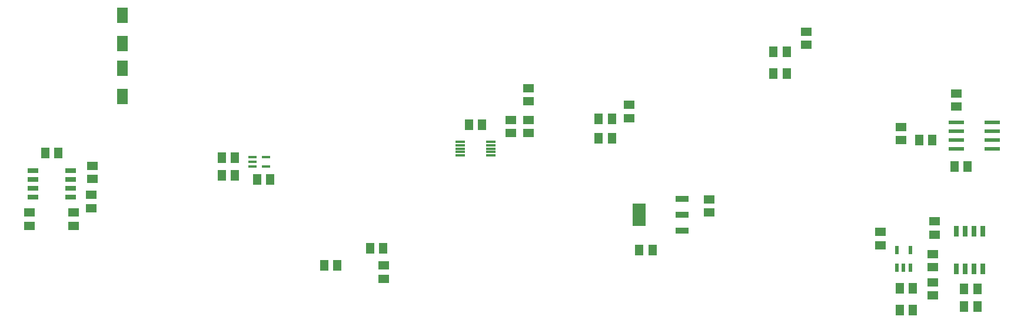
<source format=gbr>
G04 EAGLE Gerber RS-274X export*
G75*
%MOMM*%
%FSLAX34Y34*%
%LPD*%
%INSolderpaste Top*%
%IPPOS*%
%AMOC8*
5,1,8,0,0,1.08239X$1,22.5*%
G01*
%ADD10R,0.650000X1.528000*%
%ADD11R,1.300000X1.500000*%
%ADD12R,0.600000X1.200000*%
%ADD13R,1.500000X1.300000*%
%ADD14R,1.850000X0.900000*%
%ADD15R,1.850000X3.200000*%
%ADD16R,1.400000X0.300000*%
%ADD17R,2.200000X0.600000*%
%ADD18R,1.528000X0.650000*%
%ADD19R,1.600000X1.300000*%
%ADD20R,1.300000X1.600000*%
%ADD21R,1.550000X2.200000*%
%ADD22R,1.200000X0.400000*%


D10*
X1416050Y382710D03*
X1403350Y382710D03*
X1390650Y382710D03*
X1377950Y382710D03*
X1377950Y328490D03*
X1390650Y328490D03*
X1403350Y328490D03*
X1416050Y328490D03*
D11*
X1388770Y299720D03*
X1407770Y299720D03*
X1388770Y274320D03*
X1407770Y274320D03*
D12*
X1292250Y330400D03*
X1301750Y330400D03*
X1311250Y330400D03*
X1311250Y355400D03*
X1292250Y355400D03*
D11*
X1296060Y269240D03*
X1315060Y269240D03*
X1296060Y300990D03*
X1315060Y300990D03*
D13*
X1346200Y377850D03*
X1346200Y396850D03*
X1268730Y381610D03*
X1268730Y362610D03*
X1343660Y330860D03*
X1343660Y349860D03*
X1343660Y309220D03*
X1343660Y290220D03*
D14*
X983500Y383400D03*
X983500Y406400D03*
X983500Y429400D03*
D15*
X921500Y406400D03*
D11*
X921410Y355600D03*
X940410Y355600D03*
D13*
X1022350Y428600D03*
X1022350Y409600D03*
D11*
X468020Y334010D03*
X487020Y334010D03*
D13*
X553720Y333350D03*
X553720Y314350D03*
D11*
X534060Y358140D03*
X553060Y358140D03*
D16*
X707800Y491650D03*
X707800Y496650D03*
X707800Y501650D03*
X707800Y506650D03*
X707800Y511650D03*
X663800Y511650D03*
X663800Y506650D03*
X663800Y501650D03*
X663800Y496650D03*
X663800Y491650D03*
D11*
X676300Y535940D03*
X695300Y535940D03*
D13*
X906780Y564490D03*
X906780Y545490D03*
D11*
X881990Y544830D03*
X862990Y544830D03*
X881990Y516890D03*
X862990Y516890D03*
D13*
X762000Y588620D03*
X762000Y569620D03*
X736600Y542900D03*
X736600Y523900D03*
X762000Y542900D03*
X762000Y523900D03*
X1162050Y669900D03*
X1162050Y650900D03*
D11*
X1133450Y609600D03*
X1114450Y609600D03*
X1133450Y641350D03*
X1114450Y641350D03*
X1374800Y476250D03*
X1393800Y476250D03*
D13*
X1297940Y513740D03*
X1297940Y532740D03*
D11*
X1343000Y514350D03*
X1324000Y514350D03*
D17*
X1429350Y514350D03*
X1377350Y514350D03*
X1429350Y501650D03*
X1429350Y527050D03*
X1429350Y539750D03*
X1377350Y501650D03*
X1377350Y527050D03*
X1377350Y539750D03*
D13*
X1377950Y581000D03*
X1377950Y562000D03*
D18*
X103310Y431800D03*
X103310Y444500D03*
X103310Y457200D03*
X103310Y469900D03*
X49090Y469900D03*
X49090Y457200D03*
X49090Y444500D03*
X49090Y431800D03*
D19*
X133350Y434950D03*
X133350Y415950D03*
X107950Y409550D03*
X107950Y390550D03*
D20*
X66700Y495300D03*
X85700Y495300D03*
D19*
X134620Y476860D03*
X134620Y457860D03*
D21*
X177800Y652600D03*
X177800Y693600D03*
X177800Y576400D03*
X177800Y617400D03*
D13*
X44450Y409550D03*
X44450Y390550D03*
D22*
X365150Y489100D03*
X365150Y482600D03*
X365150Y476100D03*
X384150Y476100D03*
X384150Y489100D03*
D11*
X390500Y457200D03*
X371500Y457200D03*
X339700Y463550D03*
X320700Y463550D03*
X320700Y488950D03*
X339700Y488950D03*
M02*

</source>
